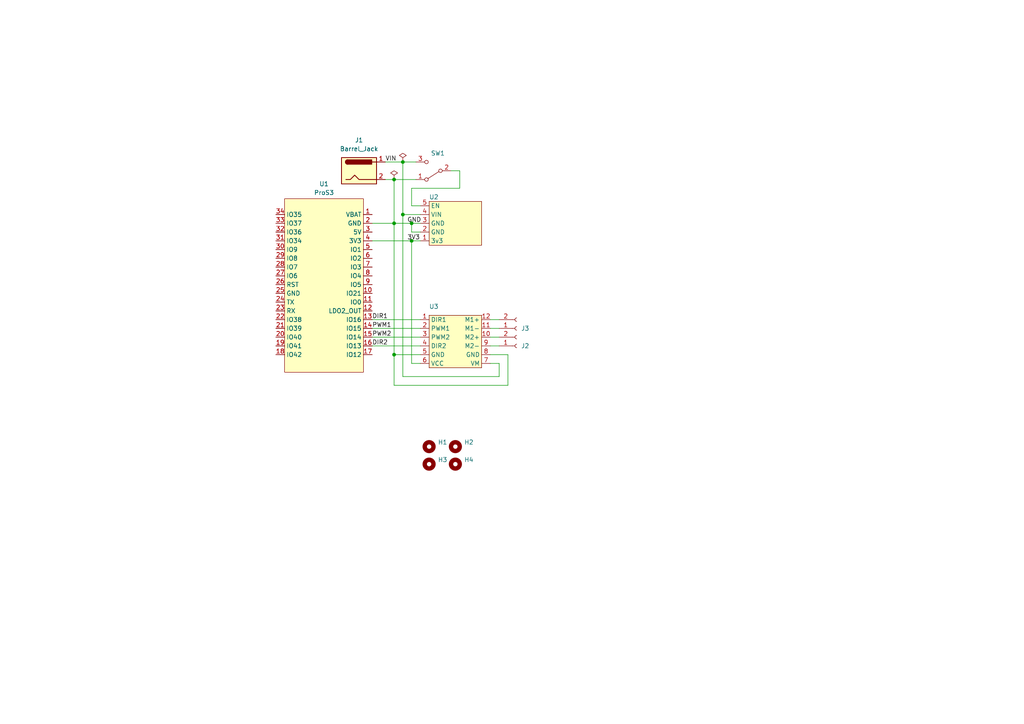
<source format=kicad_sch>
(kicad_sch (version 20230121) (generator eeschema)
  (paper "A4")
  (lib_symbols
    (symbol "Connector:Barrel_Jack" (pin_names (offset 1.016))
      (property "Reference" "J" (at 0 5.334 0))
      (property "Value" "Barrel_Jack" (at 0 -5.08 0))
      (symbol "Barrel_Jack_0_1"
        (rectangle (start -5.08 3.81) (end 5.08 -3.81) (stroke (width 0.254)) (fill (type background)))
        (arc (start -3.302 3.175) (mid -3.9343 2.54) (end -3.302 1.905) (stroke (width 0.254)))
        (arc (start -3.302 3.175) (mid -3.9343 2.54) (end -3.302 1.905) (stroke (width 0.254)) (fill (type outline)))
        (polyline (pts (xy 5.08 2.54) (xy 3.81 2.54)) (stroke (width 0.254)))
        (polyline (pts (xy -3.81 -2.54) (xy -2.54 -2.54) (xy -1.27 -1.27) (xy 0 -2.54) (xy 2.54 -2.54) (xy 5.08 -2.54)) (stroke (width 0.254)))
        (rectangle (start 3.683 3.175) (end -3.302 1.905) (stroke (width 0.254)) (fill (type outline)))
      )
      (symbol "Barrel_Jack_1_1"
        (pin passive line (at 7.62 2.54 180) (length 2.54) (name "~") (number "1"))
        (pin passive line (at 7.62 -2.54 180) (length 2.54) (name "~") (number "2"))
      )
    )
    (symbol "Connector:Conn_01x02_Socket" (pin_names (offset 1.016) hide)
      (property "Reference" "J" (at 0 2.54 0))
      (property "Value" "Conn_01x02_Socket" (at 0 -5.08 0))
      (symbol "Conn_01x02_Socket_1_1"
        (arc (start 0 -2.032) (mid -0.5058 -2.54) (end 0 -3.048) (stroke (width 0.1524)))
        (polyline (pts (xy -1.27 -2.54) (xy -0.508 -2.54)) (stroke (width 0.1524)))
        (polyline (pts (xy -1.27 0) (xy -0.508 0)) (stroke (width 0.1524)))
        (arc (start 0 0.508) (mid -0.5058 0) (end 0 -0.508) (stroke (width 0.1524)))
        (pin passive line (at -5.08 0 0) (length 3.81) (name "Pin_1") (number "1"))
        (pin passive line (at -5.08 -2.54 0) (length 3.81) (name "Pin_2") (number "2"))
      )
    )
    (symbol "Mechanical:MountingHole" (pin_names (offset 1.016))
      (property "Reference" "H" (at 0 5.08 0))
      (property "Value" "MountingHole" (at 0 3.175 0))
      (symbol "MountingHole_0_1"
        (circle (center 0 0) (radius 1.27) (stroke (width 1.27)))
      )
    )
    (symbol "ProS3:ProS3"
      (property "Reference" "U" (at 0 -28.956 0))
      (property "Value" "ProS3" (at -0.508 27.178 0))
      (symbol "ProS3_1_1"
        (rectangle (start -11.43 24.892) (end 11.43 -25.4) (stroke (width 0.1524)) (fill (type background)))
        (pin power_in line (at 13.97 20.32 180) (length 2.54) (name "VBAT") (number "1"))
        (pin bidirectional line (at 13.97 -2.54 180) (length 2.54) (name "IO21") (number "10"))
        (pin bidirectional line (at 13.97 -5.08 180) (length 2.54) (name "IO0") (number "11"))
        (pin power_out line (at 13.97 -7.62 180) (length 2.54) (name "LDO2_OUT") (number "12"))
        (pin bidirectional line (at 13.97 -10.16 180) (length 2.54) (name "IO16") (number "13"))
        (pin bidirectional line (at 13.97 -12.7 180) (length 2.54) (name "IO15") (number "14"))
        (pin bidirectional line (at 13.97 -15.24 180) (length 2.54) (name "IO14") (number "15"))
        (pin bidirectional line (at 13.97 -17.78 180) (length 2.54) (name "IO13") (number "16"))
        (pin bidirectional line (at 13.97 -20.32 180) (length 2.54) (name "IO12") (number "17"))
        (pin bidirectional line (at -13.97 -20.32 0) (length 2.54) (name "IO42") (number "18"))
        (pin bidirectional line (at -13.97 -17.78 0) (length 2.54) (name "IO41") (number "19"))
        (pin power_in line (at 13.97 17.78 180) (length 2.54) (name "GND") (number "2"))
        (pin bidirectional line (at -13.97 -15.24 0) (length 2.54) (name "IO40") (number "20"))
        (pin bidirectional line (at -13.97 -12.7 0) (length 2.54) (name "IO39") (number "21"))
        (pin bidirectional line (at -13.97 -10.16 0) (length 2.54) (name "IO38") (number "22"))
        (pin bidirectional line (at -13.97 -7.62 0) (length 2.54) (name "RX") (number "23"))
        (pin bidirectional line (at -13.97 -5.08 0) (length 2.54) (name "TX") (number "24"))
        (pin power_in line (at -13.97 -2.54 0) (length 2.54) (name "GND") (number "25"))
        (pin input line (at -13.97 0 0) (length 2.54) (name "RST") (number "26"))
        (pin bidirectional line (at -13.97 2.54 0) (length 2.54) (name "IO6") (number "27"))
        (pin bidirectional line (at -13.97 5.08 0) (length 2.54) (name "IO7") (number "28"))
        (pin bidirectional line (at -13.97 7.62 0) (length 2.54) (name "IO8") (number "29"))
        (pin power_in line (at 13.97 15.24 180) (length 2.54) (name "5V") (number "3"))
        (pin bidirectional line (at -13.97 10.16 0) (length 2.54) (name "IO9") (number "30"))
        (pin bidirectional line (at -13.97 12.7 0) (length 2.54) (name "IO34") (number "31"))
        (pin bidirectional line (at -13.97 15.24 0) (length 2.54) (name "IO36") (number "32"))
        (pin bidirectional line (at -13.97 17.78 0) (length 2.54) (name "IO37") (number "33"))
        (pin bidirectional line (at -13.97 20.32 0) (length 2.54) (name "IO35") (number "34"))
        (pin power_in line (at 13.97 12.7 180) (length 2.54) (name "3V3") (number "4"))
        (pin bidirectional line (at 13.97 10.16 180) (length 2.54) (name "IO1") (number "5"))
        (pin bidirectional line (at 13.97 7.62 180) (length 2.54) (name "IO2") (number "6"))
        (pin bidirectional line (at 13.97 5.08 180) (length 2.54) (name "IO3") (number "7"))
        (pin bidirectional line (at 13.97 2.54 180) (length 2.54) (name "IO4") (number "8"))
        (pin bidirectional line (at 13.97 0 180) (length 2.54) (name "IO5") (number "9"))
      )
    )
    (symbol "Switch:SW_SPDT" (pin_names (offset 0) hide)
      (property "Reference" "SW" (at 0 4.318 0))
      (property "Value" "SW_SPDT" (at 0 -5.08 0))
      (symbol "SW_SPDT_0_0"
        (circle (center -2.032 0) (radius 0.508))
        (circle (center 2.032 -2.54) (radius 0.508))
      )
      (symbol "SW_SPDT_0_1"
        (polyline (pts (xy -1.524 0.254) (xy 1.651 2.286)))
        (circle (center 2.032 2.54) (radius 0.508))
      )
      (symbol "SW_SPDT_1_1"
        (pin passive line (at 5.08 2.54 180) (length 2.54) (name "A") (number "1"))
        (pin passive line (at -5.08 0 0) (length 2.54) (name "B") (number "2"))
        (pin passive line (at 5.08 -2.54 180) (length 2.54) (name "C") (number "3"))
      )
    )
    (symbol "UCN_new:AP63203"
      (property "Reference" "U" (at 2.54 2.54 0))
      (property "Website" "https://let-elektronik.dk/buck-regulator-breakout-3.3v-ap63203" (at 8.89 -12.7 0))
      (symbol "AP63203_0_0"
        (pin power_out line (at 0 0 0) (length 2.54) (name "3v3") (number "1"))
        (pin power_out line (at 0 -2.54 0) (length 2.54) (name "GND") (number "2"))
        (pin power_out line (at 0 -5.08 0) (length 2.54) (name "GND") (number "3"))
        (pin power_in line (at 0 -7.62 0) (length 2.54) (name "VIN") (number "4"))
        (pin input line (at 0 -10.16 0) (length 2.54) (name "EN") (number "5"))
      )
      (symbol "AP63203_1_1"
        (rectangle (start 2.54 1.27) (end 17.78 -11.43) (fill (type background)))
      )
    )
    (symbol "UCN_new:TB6612FNG"
      (property "Reference" "U" (at 10.16 2.54 0))
      (property "Website" "https://www.dfrobot.com/product-1704.html" (at 10.16 -15.24 0))
      (symbol "TB6612FNG_0_0"
        (pin input line (at 0 0 0) (length 2.54) (name "DIR1") (number "1"))
        (pin bidirectional line (at 20.32 -5.08 180) (length 2.54) (name "M2+") (number "10"))
        (pin bidirectional line (at 20.32 -2.54 180) (length 2.54) (name "M1-") (number "11"))
        (pin bidirectional line (at 20.32 0 180) (length 2.54) (name "M1+") (number "12"))
        (pin input line (at 0 -2.54 0) (length 2.54) (name "PWM1") (number "2"))
        (pin input line (at 0 -5.08 0) (length 2.54) (name "PWM2") (number "3"))
        (pin input line (at 0 -7.62 0) (length 2.54) (name "DIR2") (number "4"))
        (pin power_in line (at 0 -10.16 0) (length 2.54) (name "GND") (number "5"))
        (pin power_in line (at 0 -12.7 0) (length 2.54) (name "VCC") (number "6"))
        (pin power_in line (at 20.32 -12.7 180) (length 2.54) (name "VM") (number "7"))
        (pin power_in line (at 20.32 -10.16 180) (length 2.54) (name "GND") (number "8"))
        (pin bidirectional line (at 20.32 -7.62 180) (length 2.54) (name "M2-") (number "9"))
      )
      (symbol "TB6612FNG_1_1"
        (rectangle (start 2.54 1.27) (end 17.78 -13.97) (fill (type background)))
      )
    )
    (symbol "power:PWR_FLAG" (power) (pin_numbers hide) (pin_names (offset 0) hide)
      (property "Value" "PWR_FLAG" (at 0 3.81 0))
      (symbol "PWR_FLAG_0_0"
        (pin power_out line (at 0 0 90) (length 0) (name "pwr") (number "1"))
      )
      (symbol "PWR_FLAG_0_1"
        (polyline (pts (xy 0 0) (xy 0 1.27) (xy -1.016 1.905) (xy 0 2.54) (xy 1.016 1.905) (xy 0 1.27)))
      )
    )
  )
  (junction (at 114.3 102.87))
  (junction (at 119.38 64.77))
  (junction (at 114.3 64.77))
  (junction (at 116.84 46.99))
  (junction (at 116.84 62.23))
  (junction (at 119.38 69.85))
  (junction (at 114.3 52.07))
  (wire (pts (xy 142.24 92.71) (xy 144.78 92.71)))
  (wire (pts (xy 119.38 105.41) (xy 119.38 69.85)))
  (wire (pts (xy 114.3 52.07) (xy 111.76 52.07)))
  (wire (pts (xy 114.3 64.77) (xy 114.3 102.87)))
  (wire (pts (xy 142.24 105.41) (xy 144.78 105.41)))
  (wire (pts (xy 142.24 100.33) (xy 144.78 100.33)))
  (wire (pts (xy 144.78 109.22) (xy 116.84 109.22)))
  (wire (pts (xy 121.92 105.41) (xy 119.38 105.41)))
  (wire (pts (xy 119.38 69.85) (xy 121.92 69.85)))
  (wire (pts (xy 142.24 102.87) (xy 147.32 102.87)))
  (wire (pts (xy 116.84 46.99) (xy 111.76 46.99)))
  (wire (pts (xy 121.92 59.69) (xy 119.38 59.69)))
  (wire (pts (xy 142.24 97.79) (xy 144.78 97.79)))
  (wire (pts (xy 107.95 95.25) (xy 121.92 95.25)))
  (wire (pts (xy 114.3 64.77) (xy 119.38 64.77)))
  (wire (pts (xy 147.32 111.76) (xy 114.3 111.76)))
  (wire (pts (xy 107.95 92.71) (xy 121.92 92.71)))
  (wire (pts (xy 116.84 109.22) (xy 116.84 62.23)))
  (wire (pts (xy 147.32 102.87) (xy 147.32 111.76)))
  (wire (pts (xy 116.84 62.23) (xy 121.92 62.23)))
  (wire (pts (xy 121.92 67.31) (xy 119.38 67.31)))
  (wire (pts (xy 107.95 100.33) (xy 121.92 100.33)))
  (wire (pts (xy 114.3 52.07) (xy 120.65 52.07)))
  (wire (pts (xy 142.24 95.25) (xy 144.78 95.25)))
  (wire (pts (xy 114.3 102.87) (xy 121.92 102.87)))
  (wire (pts (xy 133.35 54.61) (xy 133.35 49.53)))
  (wire (pts (xy 116.84 62.23) (xy 116.84 46.99)))
  (wire (pts (xy 107.95 69.85) (xy 119.38 69.85)))
  (wire (pts (xy 119.38 67.31) (xy 119.38 64.77)))
  (wire (pts (xy 133.35 49.53) (xy 130.81 49.53)))
  (wire (pts (xy 119.38 54.61) (xy 133.35 54.61)))
  (wire (pts (xy 144.78 105.41) (xy 144.78 109.22)))
  (wire (pts (xy 114.3 64.77) (xy 107.95 64.77)))
  (wire (pts (xy 107.95 97.79) (xy 121.92 97.79)))
  (wire (pts (xy 114.3 111.76) (xy 114.3 102.87)))
  (wire (pts (xy 116.84 46.99) (xy 120.65 46.99)))
  (wire (pts (xy 114.3 52.07) (xy 114.3 64.77)))
  (wire (pts (xy 119.38 64.77) (xy 121.92 64.77)))
  (wire (pts (xy 119.38 59.69) (xy 119.38 54.61)))
  (label "PWM2" (at 107.95 97.79 0))
  (label "DIR2" (at 107.95 100.33 0))
  (label "3V3" (at 118.11 69.85 0))
  (label "GND" (at 118.11 64.77 0))
  (label "VIN" (at 111.76 46.99 0))
  (label "DIR1" (at 107.95 92.71 0))
  (label "PWM1" (at 107.95 95.25 0))
  (symbol (lib_id "Switch:SW_SPDT") (at 125.73 49.53 180) (unit 1)
    (property "Reference" "SW1" (at 127 44.45 0))
    (property "Value" "SW_SPDT" (effects hide))
    (property "Footprint" "Button_Switch_THT:SW_CuK_OS102011MA1QN1_SPDT_Angled" (effects hide))
  )
  (symbol (lib_id "UCN_new:AP63203") (at 121.92 69.85 0) (mirror x) (unit 1)
    (property "Reference" "U2" (at 124.46 57.15 0) (effects (justify left)))
    (property "Value" "Buck Regulator" (effects hide))
    (property "Footprint" "UCN_footprints:AP63203 Sparkfun Buck Regulator module - upside-down" (effects hide))
    (property "Website" "https://let-elektronik.dk/buck-regulator-breakout-3.3v-ap63203" (effects hide))
  )
  (symbol (lib_id "Mechanical:MountingHole") (at 132.08 129.54 0) (unit 1)
    (property "Reference" "H2" (at 134.62 128.27 0) (effects (justify left)))
    (property "Value" "MountingHole" (effects hide))
    (property "Footprint" "MountingHole:MountingHole_3.2mm_M3_ISO7380" (effects hide))
  )
  (symbol (lib_id "ProS3:ProS3") (at 93.98 82.55 0) (unit 1)
    (property "Reference" "U1" (at 93.98 53.34 0))
    (property "Value" "ProS3" (at 93.98 55.88 0))
    (property "Footprint" "footprints:ProS3_TH" (effects hide))
  )
  (symbol (lib_id "Connector:Barrel_Jack") (at 104.14 49.53 0) (unit 1)
    (property "Reference" "J1" (at 104.14 40.64 0))
    (property "Value" "Barrel_Jack" (at 104.14 43.18 0))
    (property "Footprint" "Connector_BarrelJack:BarrelJack_Wuerth_6941xx301002" (effects hide))
  )
  (symbol (lib_id "Connector:Conn_01x02_Socket") (at 149.86 100.33 0) (mirror x) (unit 1)
    (property "Reference" "J2" (at 151.13 100.33 0) (effects (justify left)))
    (property "Value" "Conn_01x02_Socket" (effects hide))
    (property "Footprint" "Connector_PinSocket_2.54mm:PinSocket_1x02_P2.54mm_Vertical" (effects hide))
  )
  (symbol (lib_id "UCN_new:TB6612FNG") (at 121.92 92.71 0) (unit 1)
    (property "Reference" "U3" (at 124.46 88.9 0) (effects (justify left)))
    (property "Value" "Motordriver" (effects hide))
    (property "Footprint" "UCN_footprints:TB6612FNG DfRobot motordriver module" (effects hide))
    (property "Website" "https://www.dfrobot.com/product-1704.html" (effects hide))
  )
  (symbol (lib_id "Mechanical:MountingHole") (at 124.46 134.62 0) (unit 1)
    (property "Reference" "H3" (at 127 133.35 0) (effects (justify left)))
    (property "Value" "MountingHole" (effects hide))
    (property "Footprint" "MountingHole:MountingHole_3.2mm_M3_ISO7380" (effects hide))
  )
  (symbol (lib_id "Mechanical:MountingHole") (at 132.08 134.62 0) (unit 1)
    (property "Reference" "H4" (at 134.62 133.35 0) (effects (justify left)))
    (property "Value" "MountingHole" (effects hide))
    (property "Footprint" "MountingHole:MountingHole_3.2mm_M3_ISO7380" (effects hide))
  )
  (symbol (lib_id "Connector:Conn_01x02_Socket") (at 149.86 95.25 0) (mirror x) (unit 1)
    (property "Reference" "J3" (at 151.13 95.25 0) (effects (justify left)))
    (property "Value" "Conn_01x02_Socket" (effects hide))
    (property "Footprint" "Connector_PinSocket_2.54mm:PinSocket_1x02_P2.54mm_Vertical" (effects hide))
  )
  (symbol (lib_id "power:PWR_FLAG") (at 114.3 52.07 0) (unit 1)
    (property "Reference" "#FLG02" (effects hide))
    (property "Value" "PWR_FLAG" (effects hide))
  )
  (symbol (lib_id "power:PWR_FLAG") (at 116.84 46.99 0) (unit 1)
    (property "Reference" "#FLG01" (effects hide))
    (property "Value" "PWR_FLAG" (effects hide))
  )
  (symbol (lib_id "Mechanical:MountingHole") (at 124.46 129.54 0) (unit 1)
    (property "Reference" "H1" (at 127 128.27 0) (effects (justify left)))
    (property "Value" "MountingHole" (effects hide))
    (property "Footprint" "MountingHole:MountingHole_3.2mm_M3_ISO7380" (effects hide))
  )
)
</source>
